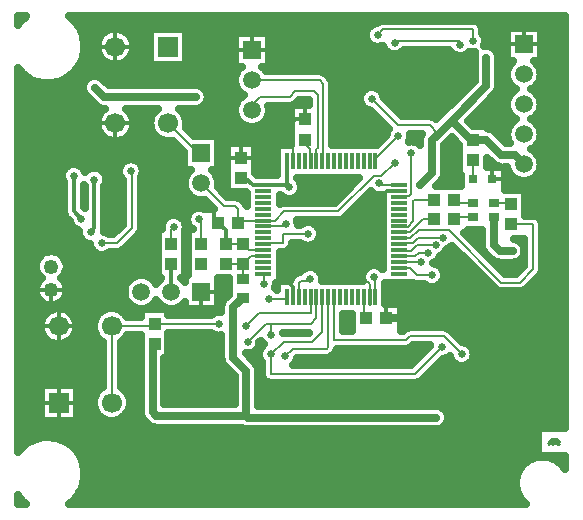
<source format=gbr>
%TF.GenerationSoftware,Novarm,DipTrace,3.3.0.1*%
%TF.CreationDate,2018-11-14T10:13:01-08:00*%
%FSLAX26Y26*%
%MOIN*%
%TF.FileFunction,Copper,L1,Top*%
%TF.Part,Single*%
%ADD12C,0.003*%
%TA.AperFunction,Conductor*%
%ADD14C,0.006*%
%ADD15C,0.026*%
%ADD16C,0.013*%
%ADD17C,0.011811*%
%TA.AperFunction,CopperBalancing*%
%ADD18C,0.025*%
%ADD19R,0.03937X0.043307*%
%ADD20R,0.043307X0.03937*%
%ADD21R,0.031496X0.031496*%
%TA.AperFunction,ComponentPad*%
%ADD24R,0.059055X0.059055*%
%ADD25C,0.059055*%
%ADD26R,0.03937X0.037402*%
%TA.AperFunction,ComponentPad*%
%ADD28R,0.066929X0.066929*%
%ADD29C,0.066929*%
%ADD34R,0.057087X0.011811*%
%ADD35R,0.011811X0.057087*%
%ADD36R,0.035433X0.031496*%
%TA.AperFunction,ComponentPad*%
%ADD43C,0.049213*%
%TA.AperFunction,ViaPad*%
%ADD103C,0.026*%
%TA.AperFunction,CopperBalancing*%
%ADD104C,0.013*%
G75*
G01*
%LPD*%
X1124949Y1237449D2*
D14*
X1181200D1*
X1207480Y1263729D1*
X1249949D1*
X1181200Y1187941D2*
Y1237449D1*
X1885630Y1387451D2*
X1891880Y1393700D1*
X1947834D1*
X1407430Y1578690D2*
X1406200Y1579919D1*
Y1618700D1*
X1387451Y1637449D1*
Y1651770D1*
X1702705Y1263729D2*
X1701426Y1262449D1*
X1756200D1*
X1768700Y1274949D1*
X1799949D1*
X1323700Y929949D2*
X1347700Y953949D1*
X1461700D1*
X1466485Y958734D1*
Y1125934D1*
X1911700Y935949D2*
X1851700Y995949D1*
X1737700D1*
X1725700Y983949D1*
X1485700D1*
X1486170Y984419D1*
Y1125934D1*
X1885630Y1449949D2*
X1894636Y1440944D1*
X1947834D1*
X1124949Y1304378D2*
X1181200D1*
X1202165Y1283414D1*
X1249949D1*
X1930787Y1857818D2*
D15*
X1822918Y1749949D1*
X1718700D1*
X1348375Y1578690D2*
D14*
X1349949Y1580264D1*
Y1643700D1*
X1343700Y1649949D1*
Y1699949D1*
X1362449Y1718699D1*
X1387451D1*
X1660629Y1056200D2*
D15*
X1660741Y1056088D1*
X2055773D1*
X2099519Y1012343D1*
Y956099D1*
X1099951Y1374949D2*
D16*
X1124949Y1349951D1*
Y1304378D1*
X1348375Y1125934D2*
D17*
Y1160977D1*
D16*
X1337099Y1172252D1*
Y1187325D1*
X1605821Y1432863D2*
X1622755Y1449797D1*
X1643317D1*
X1649566Y1456046D1*
Y1468545D1*
X1661285Y1480264D1*
X1667662D1*
D17*
X1702705D1*
X1604280Y1125934D2*
D14*
X1605821Y1124393D1*
Y1099834D1*
X1551390Y1193574D2*
X1557640Y1187325D1*
X1587073D1*
X1604280Y1170117D1*
Y1125934D1*
X1649455Y1056200D2*
X1660629D1*
X843401Y1274815D2*
D16*
X843700D1*
Y1400102D1*
X868398Y1424800D1*
X893396D1*
X1080876D1*
X1087125Y1418550D1*
Y1387775D1*
X1099951Y1374949D1*
X893396Y1437298D2*
Y1424800D1*
X585700Y1380878D2*
X593427Y1373151D1*
Y1318561D1*
X680918Y1231070D1*
X693417D1*
X718414Y1256067D1*
X793406D1*
X812154Y1274815D1*
X843401D1*
X1702705Y1342469D2*
D14*
X1704186Y1343949D1*
X1737700D1*
X1781201Y1387451D1*
X1818701D1*
X1702705Y1362154D2*
X1702910Y1361949D1*
X1731700D1*
X1749700Y1379949D1*
Y1445949D1*
X1753700Y1449949D1*
X1818701D1*
X2074949Y1368700D2*
X2149949D1*
Y1218699D1*
X2106200Y1174949D1*
X2043700D1*
X1868700Y1349949D1*
X1767700D1*
X1740535Y1322784D1*
X1702705D1*
X1197700Y977949D2*
X1257700Y1037949D1*
X1277145D1*
X1407700D1*
X1427115Y1057364D1*
Y1125934D1*
X1275700Y1001949D2*
X1268356Y1009293D1*
X1275700Y1001949D2*
X1277145Y1003394D1*
Y1037949D1*
X1249949Y1303099D2*
X1253049Y1306199D1*
X1316039D1*
Y1337449D1*
X1399949D1*
X1275700Y935949D2*
X1317700Y977949D1*
X1413700D1*
X1446800Y1011049D1*
Y1125934D1*
X1845700Y959949D2*
X1755700Y869949D1*
X1275700D1*
Y935949D1*
X1702705Y1244044D2*
X1703049Y1243700D1*
X1774951D1*
X1166880Y1374949D2*
X1173770Y1381839D1*
X1249949D1*
X1687451Y1574949D2*
X1643700Y1531199D1*
X1618700D1*
X1499951Y1412449D1*
X1318700D1*
X1288090Y1381839D1*
X1249949D1*
X1043380Y1506031D2*
X1118361Y1431049D1*
X1155868D1*
X1166880Y1420037D1*
Y1374949D1*
X2074949Y1435629D2*
X2069634Y1440944D1*
X2018700D1*
X943700Y1237449D2*
D16*
Y1143700D1*
X1043700Y1237449D2*
D3*
X933700Y1706044D2*
D14*
X1033713Y1606031D1*
X1043380D1*
X1328690Y1125934D2*
X1324705Y1121949D1*
X1269700D1*
X951700Y1361949D2*
X943700Y1353949D1*
Y1304378D1*
X1191700Y1031949D2*
X1234700Y1074949D1*
X1406700D1*
X1407430Y1074220D1*
Y1125934D1*
X1702705Y1224359D2*
X1703296Y1224949D1*
X1737449D1*
X1762449Y1199949D1*
X1812449D1*
X1631200Y1999949D2*
X1649951Y2018700D1*
X1949949D1*
Y1981200D1*
X1446800Y1578690D2*
X1449949Y1575540D1*
Y1837449D1*
X1437654Y1849745D1*
X1212112D1*
X1687451Y1974949D2*
X1693700Y1981199D1*
X1906200D1*
Y1968493D1*
X1427115Y1578690D2*
X1424949Y1580855D1*
Y1618699D1*
X1431200Y1624949D1*
Y1799949D1*
X1418700Y1812449D1*
X1356200D1*
X1337451Y1793700D1*
X1237451D1*
X1212112Y1768361D1*
Y1749745D1*
X1702705Y1283414D2*
X1700490Y1281199D1*
X1743700D1*
X1762451Y1299949D1*
X1824949D1*
X1702705Y1303099D2*
X1705805Y1306199D1*
X1747949D1*
X1766700Y1324949D1*
X1849949D1*
X1949949Y1583020D2*
Y1518700D1*
X1699951Y1662449D2*
X1623965Y1586464D1*
Y1578690D1*
X1702705Y1460579D2*
X1704575Y1462449D1*
X1737210D1*
X1743700Y1468939D1*
Y1606200D1*
X1249949Y1204674D2*
X1251700Y1202923D1*
Y1169949D1*
X1035700Y1385949D2*
X1043700Y1377949D1*
Y1304378D1*
X887449Y1037449D2*
X879855Y1029855D1*
X744865D1*
Y773949D1*
X887449Y1037449D2*
X887949Y1037949D1*
X1101700D1*
X1324951Y1368700D2*
X1318405Y1362154D1*
X1249949D1*
X674669Y1343651D2*
D16*
X687167Y1356150D1*
Y1518540D1*
X1593700Y1056200D2*
D14*
X1584595Y1065305D1*
Y1125934D1*
X687451Y1824949D2*
D15*
X718700Y1793700D1*
X1024951D1*
X887449Y970520D2*
X881200Y964271D1*
Y743699D1*
X893700Y731199D1*
X1193699D1*
X1199948Y724949D1*
X1826279D1*
X1637067Y1506041D2*
D14*
Y1499949D1*
X1702705D1*
X1181200Y1124949D2*
D15*
X1149949Y1093699D1*
Y924949D1*
X1193699Y881200D1*
Y731199D1*
X1623965Y1125934D2*
D14*
Y1188434D1*
X1618700Y1193699D1*
X1406201Y1187449D2*
X1399951Y1181199D1*
X1374949D1*
X1368060Y1174309D1*
Y1125934D1*
X1772670Y1499949D2*
D15*
X1812451Y1539730D1*
Y1649949D1*
X1837473Y1674972D1*
X1877519Y1715018D1*
X1993700Y1831199D1*
Y1924949D1*
X1877519Y1715018D2*
X1942587Y1649949D1*
X1949949D1*
X2018700Y1393700D2*
Y1299948D1*
X2037449Y1281199D1*
X2081200D1*
X2118700Y1568699D2*
X2087449Y1599949D1*
X2043700D1*
X1993700Y1649949D1*
X1949949D1*
X1337099Y1493543D2*
D16*
X1328690Y1501952D1*
Y1543646D1*
D17*
Y1578690D1*
Y1501952D2*
D16*
X1284993Y1499949D1*
D17*
X1249949D1*
X1214906D1*
D16*
X1190066Y1524789D1*
X1174616D1*
X1612070Y1787262D2*
D14*
X1699561Y1699771D1*
X1805800D1*
X1830599Y1674972D1*
X1837473D1*
X1174616Y1524789D2*
D15*
D3*
X643422Y1387304D2*
D16*
X618424Y1412301D1*
Y1531039D1*
X808602Y1546539D2*
D14*
X812154Y1542986D1*
Y1356057D1*
X762159Y1306062D1*
X712165D1*
D103*
X1799949Y1274949D3*
X1323700Y929949D3*
X1911700Y935949D3*
X1930787Y1857818D3*
X1718700Y1749949D3*
X2099519Y956099D3*
X1337099Y1187325D3*
X1605821Y1432863D3*
X1551390Y1193574D3*
X585700Y1380878D3*
X1197700Y977949D3*
X1275700Y1001949D3*
D3*
X1399949Y1337449D3*
X1275700Y935949D3*
X1845700Y959949D3*
X1275700Y935949D3*
X1774951Y1243700D3*
X1687451Y1574949D3*
X1043700Y1237449D3*
X1269700Y1121949D3*
X951700Y1361949D3*
X1191700Y1031949D3*
X1812449Y1199949D3*
X1631200Y1999949D3*
X1949949Y1981200D3*
X1687451Y1974949D3*
X1906200Y1968493D3*
X1824949Y1299949D3*
X1849949Y1324949D3*
X1699951Y1662449D3*
X1743700Y1606200D3*
X1251700Y1169949D3*
X1035700Y1385949D3*
X1101700Y1037949D3*
X1324951Y1368700D3*
X674669Y1343651D3*
X687167Y1518540D3*
X687451Y1824949D3*
X1024951Y1793700D3*
X1193699Y731199D3*
X1826279Y724949D3*
X1637067Y1506041D3*
X1618700Y1193699D3*
X1406201Y1187449D3*
X1993700Y1924949D3*
X1772670Y1499949D3*
X2081200Y1281199D3*
X1618700Y1193699D3*
X1337099Y1493543D3*
X1612070Y1787262D3*
X1174616Y1524789D3*
D3*
X1337099Y1493543D3*
X643422Y1387304D3*
X618424Y1531039D3*
X808602Y1546539D3*
X712165Y1306062D3*
X2187010Y768619D3*
X1818298Y537393D3*
X1918288Y618634D3*
X1987031Y499897D3*
X1712060Y606136D3*
X1124621Y637382D3*
X1274606D3*
X1362096D3*
X862149Y531144D3*
X762159Y487398D3*
Y587388D3*
X493438Y1774763D3*
X580928Y1768514D3*
X843401Y2005989D3*
X1474585Y2055983D3*
X2237449Y1918700D3*
Y1818700D3*
Y1718700D3*
X2237451Y1612449D3*
X1474585Y1474794D3*
X1343348Y1443548D3*
X893396Y1437298D3*
X843401Y1274815D3*
X1668314Y1912249D3*
X630184Y2037581D2*
D18*
X1616700D1*
X1975123D2*
X2253716D1*
X645183Y2012712D2*
X722107D1*
X790945D2*
X871242D1*
X996167D2*
X1591330D1*
X1981941D2*
X2060157D1*
X2177222D2*
X2253716D1*
X653365Y1987843D2*
X699966D1*
X813121D2*
X871242D1*
X996167D2*
X1153578D1*
X1270645D2*
X1591115D1*
X1991378D2*
X2060157D1*
X2177222D2*
X2253716D1*
X656057Y1962974D2*
X694082D1*
X819007D2*
X871242D1*
X996167D2*
X1153578D1*
X1270645D2*
X1614798D1*
X2006881D2*
X2060157D1*
X2177222D2*
X2253716D1*
X653653Y1938106D2*
X698998D1*
X814054D2*
X871242D1*
X996167D2*
X1153578D1*
X1270645D2*
X1670705D1*
X1704197D2*
X1878476D1*
X1933928D2*
X1953939D1*
X2033435D2*
X2060157D1*
X2177222D2*
X2253716D1*
X645830Y1913237D2*
X719057D1*
X793995D2*
X871242D1*
X996167D2*
X1153578D1*
X1270645D2*
X1951714D1*
X2035696D2*
X2060157D1*
X2177222D2*
X2253716D1*
X631333Y1888368D2*
X1169008D1*
X1255214D2*
X1951714D1*
X2035696D2*
X2063745D1*
X2173670D2*
X2253716D1*
X433718Y1863499D2*
X455703D1*
X606141D2*
X676355D1*
X698579D2*
X1155301D1*
X1468116D2*
X1951714D1*
X2035696D2*
X2060407D1*
X2176972D2*
X2253716D1*
X433718Y1838630D2*
X647898D1*
X732130D2*
X1154691D1*
X1481931D2*
X1942780D1*
X2035696D2*
X2068913D1*
X2168468D2*
X2253716D1*
X433718Y1813762D2*
X647073D1*
X1061476D2*
X1166676D1*
X1481966D2*
X1580277D1*
X1643876D2*
X1917911D1*
X2031641D2*
X2082907D1*
X2154508D2*
X2253716D1*
X433718Y1788893D2*
X665159D1*
X1066644D2*
X1169546D1*
X1481966D2*
X1570086D1*
X1654641D2*
X1893044D1*
X2009751D2*
X2063924D1*
X2173455D2*
X2253716D1*
X433718Y1764024D2*
X690134D1*
X1053510D2*
X1155444D1*
X1268779D2*
X1338777D1*
X1481966D2*
X1577623D1*
X1679510D2*
X1868176D1*
X1984884D2*
X2060372D1*
X2177044D2*
X2253716D1*
X433718Y1739155D2*
X704057D1*
X809031D2*
X881217D1*
X986191D2*
X1154583D1*
X1269640D2*
X1338777D1*
X1481966D2*
X1615947D1*
X1704413D2*
X1843309D1*
X1960016D2*
X2068590D1*
X2168791D2*
X2253716D1*
X433718Y1714287D2*
X694655D1*
X818432D2*
X871815D1*
X995592D2*
X1166246D1*
X1257978D2*
X1338777D1*
X1481966D2*
X1640814D1*
X1936620D2*
X2083625D1*
X2153755D2*
X2253716D1*
X433718Y1689418D2*
X696414D1*
X816638D2*
X873574D1*
X994552D2*
X1338777D1*
X1481966D2*
X1665682D1*
X1998628D2*
X2064140D1*
X2173239D2*
X2253716D1*
X433718Y1664549D2*
X710731D1*
X802321D2*
X887928D1*
X1019419D2*
X1338777D1*
X1481966D2*
X1657823D1*
X1741911D2*
X1773263D1*
X2037455D2*
X2060336D1*
X2177079D2*
X2253716D1*
X433718Y1639680D2*
X955856D1*
X1101918D2*
X1125948D1*
X1223314D2*
X1338777D1*
X1481966D2*
X1632956D1*
X1860545D2*
X1894480D1*
X2169113D2*
X2253716D1*
X433718Y1614812D2*
X980725D1*
X1101918D2*
X1125948D1*
X1223314D2*
X1293777D1*
X1854444D2*
X1901262D1*
X2153037D2*
X2253716D1*
X433718Y1589943D2*
X984851D1*
X1101918D2*
X1125948D1*
X1223314D2*
X1293777D1*
X1854444D2*
X1901262D1*
X2173061D2*
X2253716D1*
X433718Y1565074D2*
X595867D1*
X640985D2*
X771233D1*
X845991D2*
X984851D1*
X1101918D2*
X1125948D1*
X1223314D2*
X1293777D1*
X1854444D2*
X1901262D1*
X1998628D2*
X2022658D1*
X2177115D2*
X2253716D1*
X433718Y1540205D2*
X577494D1*
X722693D2*
X767106D1*
X850082D2*
X996477D1*
X1090291D2*
X1125948D1*
X1223815D2*
X1293204D1*
X1854444D2*
X1901262D1*
X2057692D2*
X2067944D1*
X2169436D2*
X2253716D1*
X433718Y1515336D2*
X579683D1*
X729045D2*
X780167D1*
X844161D2*
X985641D1*
X1101128D2*
X1125948D1*
X1372556D2*
X1558603D1*
X1846012D2*
X1905209D1*
X2057692D2*
X2099127D1*
X2138288D2*
X2253716D1*
X433718Y1490468D2*
X582913D1*
X722658D2*
X780167D1*
X844161D2*
X987040D1*
X1103174D2*
X1125948D1*
X1378980D2*
X1533735D1*
X2057692D2*
X2253716D1*
X433718Y1465599D2*
X582913D1*
X722658D2*
X780167D1*
X844161D2*
X1002111D1*
X1128041D2*
X1192405D1*
X1367532D2*
X1508868D1*
X1597334D2*
X1645155D1*
X2123648D2*
X2253716D1*
X433718Y1440730D2*
X582913D1*
X722658D2*
X780167D1*
X844161D2*
X1064478D1*
X1572466D2*
X1645155D1*
X2123648D2*
X2253716D1*
X433718Y1415861D2*
X582913D1*
X722658D2*
X780167D1*
X844161D2*
X1007386D1*
X1547599D2*
X1645155D1*
X2123648D2*
X2253716D1*
X433718Y1390993D2*
X590735D1*
X722658D2*
X780167D1*
X844161D2*
X922413D1*
X980987D2*
X994037D1*
X1522695D2*
X1645155D1*
X2171768D2*
X2253716D1*
X433718Y1366124D2*
X607565D1*
X722658D2*
X778015D1*
X844161D2*
X909924D1*
X1429612D2*
X1645155D1*
X2181960D2*
X2253716D1*
X433718Y1341255D2*
X632755D1*
X732598D2*
X753148D1*
X840178D2*
X895033D1*
X1441776D2*
X1645155D1*
X1921620D2*
X1976690D1*
X2181960D2*
X2253716D1*
X433718Y1316386D2*
X643592D1*
X816710D2*
X895033D1*
X1435856D2*
X1645155D1*
X1946487D2*
X1976690D1*
X2101651D2*
X2117966D1*
X2181960D2*
X2253716D1*
X433718Y1291518D2*
X672945D1*
X791842D2*
X895033D1*
X1344136D2*
X1645155D1*
X1873499D2*
X1882924D1*
X2181960D2*
X2253716D1*
X433718Y1266649D2*
X506838D1*
X580018D2*
X895033D1*
X1307498D2*
X1645155D1*
X1848703D2*
X1907792D1*
X2181960D2*
X2253716D1*
X433718Y1241780D2*
X491552D1*
X595305D2*
X895033D1*
X1307498D2*
X1645155D1*
X1823907D2*
X1932661D1*
X2021091D2*
X2032418D1*
X2086221D2*
X2117966D1*
X2181960D2*
X2253716D1*
X433718Y1216911D2*
X491157D1*
X595699D2*
X895033D1*
X1307498D2*
X1377388D1*
X1434994D2*
X1584225D1*
X1850606D2*
X1957528D1*
X2045959D2*
X2103935D1*
X2181888D2*
X2253716D1*
X433718Y1192043D2*
X505187D1*
X581669D2*
X812894D1*
X874519D2*
X895033D1*
X1307498D2*
X1341970D1*
X1447948D2*
X1576725D1*
X1853655D2*
X1982396D1*
X2167498D2*
X2253716D1*
X433718Y1167174D2*
X492843D1*
X594012D2*
X790323D1*
X1102241D2*
X1132515D1*
X1658876D2*
X1787903D1*
X1837004D2*
X2007263D1*
X2142630D2*
X2253716D1*
X433718Y1142305D2*
X490367D1*
X596489D2*
X785191D1*
X1102241D2*
X1132515D1*
X1658876D2*
X2253716D1*
X433718Y1117436D2*
X501419D1*
X585472D2*
X791722D1*
X1102241D2*
X1115864D1*
X1658876D2*
X2253716D1*
X433718Y1092567D2*
X818313D1*
X869100D2*
X918285D1*
X969109D2*
X985174D1*
X1711267D2*
X2253716D1*
X433718Y1067699D2*
X518679D1*
X616728D2*
X695840D1*
X793888D2*
X838767D1*
X936133D2*
X1073197D1*
X1518174D2*
X1543029D1*
X1711267D2*
X2253716D1*
X433718Y1042830D2*
X506658D1*
X628749D2*
X683818D1*
X1518174D2*
X1543029D1*
X1711267D2*
X2253716D1*
X433718Y1017961D2*
X506443D1*
X628964D2*
X683603D1*
X1518174D2*
X1543029D1*
X1873857D2*
X2253716D1*
X433718Y993092D2*
X517818D1*
X617588D2*
X694978D1*
X794749D2*
X838767D1*
X936133D2*
X1107934D1*
X1898762D2*
X2253716D1*
X433718Y968224D2*
X712848D1*
X776878D2*
X838767D1*
X936133D2*
X1107934D1*
X1238493D2*
X1250430D1*
X1936978D2*
X2253716D1*
X433718Y943355D2*
X712848D1*
X776878D2*
X838767D1*
X936133D2*
X1107934D1*
X1219259D2*
X1234390D1*
X1494167D2*
X1784889D1*
X1952982D2*
X2253716D1*
X433718Y918486D2*
X712848D1*
X776878D2*
X839197D1*
X923214D2*
X1108472D1*
X1214773D2*
X1237763D1*
X1364015D2*
X1760022D1*
X1848452D2*
X1873773D1*
X1949645D2*
X2253716D1*
X433718Y893617D2*
X712848D1*
X776878D2*
X839197D1*
X923214D2*
X1122934D1*
X1233684D2*
X1243707D1*
X1823585D2*
X2253716D1*
X433718Y868749D2*
X712848D1*
X776878D2*
X839197D1*
X923214D2*
X1147801D1*
X1235693D2*
X1243697D1*
X1798717D2*
X2253716D1*
X433718Y843880D2*
X712848D1*
X776878D2*
X839197D1*
X923214D2*
X1151713D1*
X1235693D2*
X1259401D1*
X1772019D2*
X2253716D1*
X433718Y819011D2*
X505224D1*
X630148D2*
X702801D1*
X786926D2*
X839197D1*
X923214D2*
X1151713D1*
X1235693D2*
X2253716D1*
X433718Y794142D2*
X505224D1*
X630148D2*
X685899D1*
X803827D2*
X839197D1*
X923214D2*
X1151713D1*
X1235693D2*
X2253716D1*
X433718Y769273D2*
X505224D1*
X630148D2*
X682599D1*
X807165D2*
X839197D1*
X1235693D2*
X2253716D1*
X433718Y744405D2*
X505224D1*
X630148D2*
X690170D1*
X799557D2*
X839197D1*
X1863165D2*
X2253716D1*
X433718Y719536D2*
X505224D1*
X630148D2*
X717155D1*
X772573D2*
X847451D1*
X1867901D2*
X2253716D1*
X433718Y694667D2*
X876193D1*
X1854158D2*
X2253716D1*
X433718Y669798D2*
X2164687D1*
X433718Y644930D2*
X469482D1*
X592361D2*
X2164687D1*
X624012Y620061D2*
X2164687D1*
X641595Y595192D2*
X2253716D1*
X651571Y570323D2*
X2116603D1*
X2244936D2*
X2253724D1*
X655805Y545455D2*
X2098409D1*
X654909Y520586D2*
X2090443D1*
X648772Y495717D2*
X2089869D1*
X636428Y470848D2*
X2096543D1*
X433718Y445980D2*
X446679D1*
X615184D2*
X2112691D1*
X1191556Y1476636D2*
X1128431D1*
Y1639872D1*
X1220801D1*
X1220794Y1543565D1*
X1233279Y1532355D1*
X1278766D1*
X1283482Y1532915D1*
X1295705Y1533476D1*
X1295791Y1546235D1*
X1296284Y1552833D1*
Y1633733D1*
X1341288D1*
X1341266Y1764455D1*
X1337451Y1764200D1*
X1266221D1*
X1267449Y1758510D1*
X1268140Y1749745D1*
X1267449Y1740980D1*
X1265397Y1732431D1*
X1262033Y1724309D1*
X1257439Y1716813D1*
X1251730Y1710127D1*
X1245044Y1704418D1*
X1237548Y1699823D1*
X1229426Y1696460D1*
X1220877Y1694407D1*
X1212112Y1693717D1*
X1203347Y1694407D1*
X1194798Y1696460D1*
X1186676Y1699823D1*
X1179180Y1704418D1*
X1172494Y1710127D1*
X1166785Y1716813D1*
X1162191Y1724309D1*
X1158827Y1732431D1*
X1156775Y1740980D1*
X1156085Y1749745D1*
X1156775Y1758510D1*
X1158827Y1767058D1*
X1162191Y1775180D1*
X1166785Y1782676D1*
X1172494Y1789363D1*
X1179180Y1795071D1*
X1186848Y1799745D1*
X1179180Y1804418D1*
X1172494Y1810127D1*
X1166785Y1816813D1*
X1162191Y1824309D1*
X1158827Y1832431D1*
X1156775Y1840980D1*
X1156085Y1849745D1*
X1156775Y1858510D1*
X1158827Y1867058D1*
X1162191Y1875180D1*
X1166785Y1882676D1*
X1172494Y1889363D1*
X1177466Y1893721D1*
X1156085Y1893717D1*
Y2005772D1*
X1268140D1*
Y1893717D1*
X1246831D1*
X1251730Y1889363D1*
X1257439Y1882676D1*
X1259741Y1879233D1*
X1439969Y1879154D1*
X1444541Y1878430D1*
X1448943Y1876999D1*
X1453067Y1874898D1*
X1456813Y1872176D1*
X1470809Y1858309D1*
X1473815Y1854789D1*
X1476234Y1850842D1*
X1478006Y1846565D1*
X1479086Y1842065D1*
X1479449Y1837440D1*
Y1633735D1*
X1629489Y1633733D1*
X1660527Y1664745D1*
X1661543Y1671670D1*
X1663457Y1677565D1*
X1666271Y1683088D1*
X1669742Y1687884D1*
X1609760Y1747852D1*
X1602850Y1748854D1*
X1596955Y1750768D1*
X1591431Y1753582D1*
X1586417Y1757226D1*
X1582035Y1761608D1*
X1578390Y1766623D1*
X1575577Y1772146D1*
X1573662Y1778041D1*
X1572692Y1784162D1*
Y1790361D1*
X1573662Y1796482D1*
X1575577Y1802377D1*
X1578390Y1807901D1*
X1582035Y1812915D1*
X1586417Y1817297D1*
X1591431Y1820941D1*
X1596955Y1823755D1*
X1602850Y1825670D1*
X1608970Y1826640D1*
X1615170D1*
X1621291Y1825670D1*
X1627186Y1823755D1*
X1632709Y1820941D1*
X1637724Y1817297D1*
X1642106Y1812915D1*
X1645750Y1807901D1*
X1648564Y1802377D1*
X1650478Y1796482D1*
X1651480Y1789574D1*
X1711767Y1729284D1*
X1808115Y1729180D1*
X1812687Y1728456D1*
X1817088Y1727025D1*
X1821213Y1724924D1*
X1824959Y1722203D1*
X1826989Y1720301D1*
X1954205Y1847565D1*
X1954322Y1928049D1*
X1955292Y1934170D1*
X1957212Y1940077D1*
X1956129Y1942187D1*
X1949949Y1941700D1*
X1943770Y1942187D1*
X1937095Y1943872D1*
X1931854Y1938457D1*
X1926839Y1934813D1*
X1921315Y1931999D1*
X1915420Y1930085D1*
X1909300Y1929115D1*
X1903100D1*
X1896980Y1930085D1*
X1891085Y1931999D1*
X1885561Y1934813D1*
X1880546Y1938457D1*
X1876165Y1942839D1*
X1872520Y1947854D1*
X1870482Y1951693D1*
X1719351Y1951699D1*
X1715381Y1947019D1*
X1710669Y1942993D1*
X1705384Y1939755D1*
X1699657Y1937382D1*
X1693630Y1935936D1*
X1687451Y1935449D1*
X1681271Y1935936D1*
X1675245Y1937382D1*
X1669518Y1939755D1*
X1664233Y1942993D1*
X1659520Y1947019D1*
X1655494Y1951731D1*
X1652256Y1957016D1*
X1649884Y1962743D1*
X1649133Y1964755D1*
X1643406Y1962382D1*
X1637380Y1960936D1*
X1631200Y1960449D1*
X1625020Y1960936D1*
X1618994Y1962382D1*
X1613267Y1964755D1*
X1607982Y1967993D1*
X1603270Y1972019D1*
X1599243Y1976731D1*
X1596006Y1982016D1*
X1593633Y1987743D1*
X1592187Y1993770D1*
X1591700Y1999949D1*
X1592187Y2006129D1*
X1593633Y2012155D1*
X1596006Y2017882D1*
X1599243Y2023167D1*
X1603270Y2027880D1*
X1607982Y2031906D1*
X1613267Y2035144D1*
X1618994Y2037516D1*
X1625020Y2038962D1*
X1629091Y2039560D1*
X1632611Y2042566D1*
X1636558Y2044985D1*
X1640835Y2046756D1*
X1645335Y2047836D1*
X1649951Y2048200D1*
X1952264Y2048109D1*
X1956836Y2047385D1*
X1961238Y2045955D1*
X1965363Y2043854D1*
X1969108Y2041132D1*
X1972381Y2037859D1*
X1975103Y2034113D1*
X1977204Y2029989D1*
X1978634Y2025587D1*
X1979359Y2021015D1*
X1979449Y2007468D1*
X1983629Y2001839D1*
X1986443Y1996315D1*
X1988357Y1990420D1*
X1989327Y1984300D1*
Y1978100D1*
X1988357Y1971980D1*
X1986443Y1966085D1*
X1985271Y1963543D1*
X1990600Y1964327D1*
X1996800D1*
X2002920Y1963357D1*
X2008815Y1961443D1*
X2014339Y1958629D1*
X2019354Y1954985D1*
X2023735Y1950603D1*
X2027380Y1945588D1*
X2030193Y1940065D1*
X2032108Y1934170D1*
X2033078Y1928049D1*
X2033200Y1888204D1*
X2033078Y1828099D1*
X2032108Y1821978D1*
X2030193Y1816083D1*
X2027380Y1810560D1*
X2023735Y1805545D1*
X1995648Y1777285D1*
X1933406Y1715043D1*
X1950285Y1698112D1*
X1996134Y1698103D1*
Y1689382D1*
X2002920Y1688357D1*
X2008815Y1686443D1*
X2014339Y1683629D1*
X2019354Y1679986D1*
X2047613Y1651897D1*
X2060073Y1639439D1*
X2070936Y1639449D1*
X2066938Y1647258D1*
X2064221Y1655620D1*
X2062846Y1664302D1*
Y1673095D1*
X2064221Y1681777D1*
X2066938Y1690140D1*
X2070928Y1697973D1*
X2076096Y1705086D1*
X2082313Y1711302D1*
X2089426Y1716470D1*
X2093264Y1718777D1*
X2085768Y1723372D1*
X2079082Y1729081D1*
X2073373Y1735767D1*
X2068779Y1743263D1*
X2065415Y1751385D1*
X2063363Y1759934D1*
X2062672Y1768699D1*
X2063363Y1777464D1*
X2065415Y1786012D1*
X2068779Y1794134D1*
X2073373Y1801630D1*
X2079082Y1808317D1*
X2085768Y1814025D1*
X2093436Y1818699D1*
X2085768Y1823372D1*
X2079082Y1829081D1*
X2073373Y1835767D1*
X2068779Y1843263D1*
X2065415Y1851385D1*
X2063363Y1859934D1*
X2062672Y1868699D1*
X2063363Y1877464D1*
X2065415Y1886012D1*
X2068779Y1894134D1*
X2073373Y1901630D1*
X2079082Y1908317D1*
X2084054Y1912675D1*
X2062672Y1912671D1*
Y2024726D1*
X2174728D1*
Y1912671D1*
X2153420D1*
X2158318Y1908317D1*
X2164027Y1901630D1*
X2168621Y1894134D1*
X2171985Y1886012D1*
X2174037Y1877464D1*
X2174728Y1868699D1*
X2174037Y1859934D1*
X2171985Y1851385D1*
X2168621Y1843263D1*
X2164027Y1835767D1*
X2158318Y1829081D1*
X2151632Y1823372D1*
X2143964Y1818699D1*
X2151632Y1814025D1*
X2158318Y1808317D1*
X2164027Y1801630D1*
X2168621Y1794134D1*
X2171985Y1786012D1*
X2174037Y1777464D1*
X2174728Y1768699D1*
X2174037Y1759934D1*
X2171985Y1751385D1*
X2168621Y1743263D1*
X2164027Y1735767D1*
X2158318Y1729081D1*
X2151632Y1723372D1*
X2143964Y1718699D1*
X2151632Y1714025D1*
X2158318Y1708317D1*
X2164027Y1701630D1*
X2168621Y1694134D1*
X2171985Y1686012D1*
X2174037Y1677464D1*
X2174728Y1668699D1*
X2174037Y1659934D1*
X2171985Y1651385D1*
X2168621Y1643263D1*
X2164027Y1635767D1*
X2158318Y1629081D1*
X2151632Y1623372D1*
X2143964Y1618699D1*
X2151632Y1614025D1*
X2158318Y1608317D1*
X2164027Y1601630D1*
X2168621Y1594134D1*
X2171985Y1586012D1*
X2174037Y1577464D1*
X2174728Y1568699D1*
X2174037Y1559934D1*
X2171985Y1551385D1*
X2168621Y1543263D1*
X2164027Y1535767D1*
X2158318Y1529081D1*
X2151632Y1523372D1*
X2144136Y1518777D1*
X2136014Y1515414D1*
X2127465Y1513361D1*
X2118700Y1512671D1*
X2109935Y1513361D1*
X2101386Y1515414D1*
X2093264Y1518777D1*
X2085768Y1523372D1*
X2079082Y1529081D1*
X2073373Y1535767D1*
X2068779Y1543263D1*
X2065415Y1551385D1*
X2063363Y1559934D1*
X2063300Y1560462D1*
X2055190Y1560449D1*
Y1483789D1*
X2121134Y1483783D1*
Y1398199D1*
X2152264Y1398109D1*
X2156836Y1397385D1*
X2161238Y1395955D1*
X2165363Y1393854D1*
X2169108Y1391132D1*
X2172381Y1387859D1*
X2175103Y1384113D1*
X2177204Y1379989D1*
X2178634Y1375587D1*
X2179359Y1371015D1*
X2179449Y1286023D1*
X2179359Y1216384D1*
X2178634Y1211812D1*
X2177204Y1207410D1*
X2175103Y1203285D1*
X2172381Y1199540D1*
X2127060Y1154090D1*
X2123540Y1151083D1*
X2119592Y1148665D1*
X2115315Y1146893D1*
X2110815Y1145813D1*
X2106200Y1145449D1*
X2041385Y1145540D1*
X2036813Y1146264D1*
X2032411Y1147695D1*
X2028287Y1149796D1*
X2024541Y1152518D1*
X1964378Y1212552D1*
X1878894Y1298036D1*
X1873167Y1292993D1*
X1867882Y1289755D1*
X1862440Y1287487D1*
X1860144Y1282016D1*
X1856906Y1276731D1*
X1852880Y1272019D1*
X1848167Y1267993D1*
X1842882Y1264755D1*
X1837440Y1262487D1*
X1835144Y1257016D1*
X1831906Y1251731D1*
X1827880Y1247019D1*
X1823167Y1242993D1*
X1817882Y1239755D1*
X1816726Y1239222D1*
X1821670Y1238357D1*
X1827565Y1236443D1*
X1833088Y1233629D1*
X1838103Y1229985D1*
X1842485Y1225603D1*
X1846129Y1220588D1*
X1848943Y1215065D1*
X1850857Y1209170D1*
X1851827Y1203049D1*
Y1196850D1*
X1850857Y1190729D1*
X1848943Y1184834D1*
X1846129Y1179310D1*
X1842485Y1174296D1*
X1838103Y1169914D1*
X1833088Y1166270D1*
X1827565Y1163456D1*
X1821670Y1161541D1*
X1815549Y1160571D1*
X1809350D1*
X1803229Y1161541D1*
X1797334Y1163456D1*
X1791810Y1166270D1*
X1786218Y1170448D1*
X1760134Y1170540D1*
X1755562Y1171264D1*
X1753325Y1171897D1*
X1748562Y1172268D1*
X1656381D1*
X1656570Y1102385D1*
X1708783D1*
Y1013443D1*
X1714440Y1014409D1*
X1720360Y1019815D1*
X1724308Y1022234D1*
X1728585Y1024006D1*
X1733085Y1025086D1*
X1737700Y1025449D1*
X1854015Y1025359D1*
X1858587Y1024634D1*
X1862989Y1023204D1*
X1867113Y1021103D1*
X1870859Y1018381D1*
X1913995Y975373D1*
X1920920Y974357D1*
X1926815Y972443D1*
X1932339Y969629D1*
X1937354Y965985D1*
X1941735Y961603D1*
X1945380Y956588D1*
X1948193Y951065D1*
X1950108Y945170D1*
X1951078Y939049D1*
Y932850D1*
X1950108Y926729D1*
X1948193Y920834D1*
X1945380Y915310D1*
X1941735Y910296D1*
X1937354Y905914D1*
X1932339Y902270D1*
X1926815Y899456D1*
X1920920Y897541D1*
X1914800Y896571D1*
X1908600D1*
X1902480Y897541D1*
X1896585Y899456D1*
X1891061Y902270D1*
X1886046Y905914D1*
X1881665Y910296D1*
X1878020Y915310D1*
X1875207Y920834D1*
X1873292Y926729D1*
X1872545Y930961D1*
X1868918Y927993D1*
X1863633Y924755D1*
X1857906Y922382D1*
X1851880Y920936D1*
X1848012Y920540D1*
X1774859Y847518D1*
X1771113Y844796D1*
X1766989Y842695D1*
X1762587Y841264D1*
X1758015Y840540D1*
X1673023Y840449D1*
X1273385Y840540D1*
X1268813Y841264D1*
X1264411Y842695D1*
X1260287Y844796D1*
X1256541Y847518D1*
X1253268Y850791D1*
X1250546Y854536D1*
X1248445Y858661D1*
X1247015Y863062D1*
X1246291Y867634D1*
X1246200Y909674D1*
X1242020Y915310D1*
X1239207Y920834D1*
X1237292Y926729D1*
X1236322Y932850D1*
Y939049D1*
X1237292Y945170D1*
X1239207Y951065D1*
X1242020Y956588D1*
X1245665Y961603D1*
X1250046Y965985D1*
X1254024Y968935D1*
X1250046Y971914D1*
X1245665Y976296D1*
X1242323Y980857D1*
X1237124Y975654D1*
X1236108Y968729D1*
X1234193Y962834D1*
X1231380Y957310D1*
X1227735Y952296D1*
X1223354Y947914D1*
X1218339Y944270D1*
X1212815Y941456D1*
X1206920Y939541D1*
X1200800Y938571D1*
X1194600D1*
X1191869Y938894D1*
X1223735Y906854D1*
X1227378Y901839D1*
X1230192Y896315D1*
X1232107Y890420D1*
X1233077Y884300D1*
X1233199Y844455D1*
Y764469D1*
X1829378Y764327D1*
X1835499Y763357D1*
X1841394Y761443D1*
X1846918Y758629D1*
X1851932Y754985D1*
X1856314Y750603D1*
X1859959Y745588D1*
X1862772Y740065D1*
X1864687Y734170D1*
X1865657Y728049D1*
Y721850D1*
X1864687Y715729D1*
X1862772Y709834D1*
X1859959Y704310D1*
X1856314Y699296D1*
X1851932Y694914D1*
X1846918Y691270D1*
X1841394Y688456D1*
X1835499Y686541D1*
X1829378Y685571D1*
X1789533Y685449D1*
X1196848Y685571D1*
X1190728Y686541D1*
X1184833Y688456D1*
X1179300Y691276D1*
X1175326Y691699D1*
X890600Y691821D1*
X884480Y692791D1*
X878585Y694705D1*
X873061Y697519D1*
X868046Y701163D1*
X853270Y715768D1*
X849243Y720481D1*
X846006Y725766D1*
X843633Y731493D1*
X842187Y737519D1*
X841700Y743710D1*
Y922367D1*
X841264D1*
Y1000384D1*
X797070Y1000355D1*
X793377Y994608D1*
X787267Y987453D1*
X780112Y981343D1*
X774351Y977693D1*
X774365Y826141D1*
X780112Y822461D1*
X787267Y816351D1*
X793377Y809196D1*
X798294Y801172D1*
X801896Y792480D1*
X804091Y783330D1*
X804830Y773949D1*
X804091Y764569D1*
X801896Y755419D1*
X798294Y746726D1*
X793377Y738703D1*
X787267Y731548D1*
X780112Y725438D1*
X772088Y720520D1*
X763396Y716919D1*
X754246Y714724D1*
X744865Y713985D1*
X735485Y714724D1*
X726335Y716919D1*
X717642Y720520D1*
X709619Y725438D1*
X702464Y731548D1*
X696354Y738703D1*
X691436Y746726D1*
X687835Y755419D1*
X685640Y764569D1*
X684901Y773949D1*
X685640Y783330D1*
X687835Y792480D1*
X691436Y801172D1*
X696354Y809196D1*
X702464Y816351D1*
X709619Y822461D1*
X715380Y826111D1*
X715365Y977663D1*
X709619Y981343D1*
X702464Y987453D1*
X696354Y994608D1*
X691436Y1002632D1*
X687835Y1011325D1*
X685640Y1020474D1*
X684901Y1029855D1*
X685640Y1039235D1*
X687835Y1048385D1*
X691436Y1057078D1*
X696354Y1065102D1*
X702464Y1072256D1*
X709619Y1078367D1*
X717642Y1083284D1*
X726335Y1086885D1*
X735485Y1089081D1*
X744865Y1089819D1*
X754246Y1089081D1*
X763396Y1086885D1*
X772088Y1083284D1*
X780112Y1078367D1*
X787267Y1072256D1*
X793377Y1065102D1*
X797027Y1059340D1*
X841287Y1059355D1*
X841264Y1085603D1*
X933634D1*
Y1067481D1*
X1075444Y1067449D1*
X1081061Y1071629D1*
X1086585Y1074443D1*
X1092480Y1076357D1*
X1098600Y1077327D1*
X1104800D1*
X1110457Y1076451D1*
X1110571Y1096798D1*
X1111541Y1102919D1*
X1113456Y1108814D1*
X1116270Y1114338D1*
X1119913Y1119352D1*
X1135036Y1134646D1*
X1135015Y1189331D1*
X1099760Y1189296D1*
X1099728Y1087672D1*
X987672D1*
Y1108981D1*
X983318Y1104082D1*
X976632Y1098373D1*
X969136Y1093779D1*
X961014Y1090415D1*
X952465Y1088363D1*
X943700Y1087672D1*
X934935Y1088363D1*
X926386Y1090415D1*
X918264Y1093779D1*
X910768Y1098373D1*
X904082Y1104082D1*
X898373Y1110768D1*
X893700Y1118436D1*
X889027Y1110768D1*
X883318Y1104082D1*
X876632Y1098373D1*
X869136Y1093779D1*
X861014Y1090415D1*
X852465Y1088363D1*
X843700Y1087672D1*
X834935Y1088363D1*
X826386Y1090415D1*
X818264Y1093779D1*
X810768Y1098373D1*
X804082Y1104082D1*
X798373Y1110768D1*
X793779Y1118264D1*
X790415Y1126386D1*
X788363Y1134935D1*
X787672Y1143700D1*
X788363Y1152465D1*
X790415Y1161014D1*
X793779Y1169136D1*
X798373Y1176632D1*
X804082Y1183318D1*
X810768Y1189027D1*
X818264Y1193621D1*
X826386Y1196985D1*
X834935Y1199037D1*
X843700Y1199728D1*
X852465Y1199037D1*
X861014Y1196985D1*
X869136Y1193621D1*
X876632Y1189027D1*
X883318Y1183318D1*
X889027Y1176632D1*
X893700Y1168964D1*
X898373Y1176632D1*
X904082Y1183318D1*
X910700Y1188974D1*
X907208Y1189296D1*
X897515D1*
Y1352532D1*
X913292Y1352729D1*
X912322Y1358850D1*
Y1365049D1*
X913292Y1371170D1*
X915207Y1377065D1*
X918020Y1382588D1*
X921665Y1387603D1*
X926046Y1391985D1*
X931061Y1395629D1*
X936585Y1398443D1*
X942480Y1400357D1*
X948600Y1401327D1*
X954800D1*
X960920Y1400357D1*
X966815Y1398443D1*
X972339Y1395629D1*
X977354Y1391985D1*
X981735Y1387603D1*
X985380Y1382588D1*
X988193Y1377065D1*
X990108Y1371170D1*
X991078Y1365049D1*
Y1358850D1*
X989888Y1351947D1*
X989885Y1199731D1*
X997512Y1199728D1*
X997515Y1352532D1*
X1014201D1*
X1007770Y1358019D1*
X1003743Y1362731D1*
X1000506Y1368016D1*
X998133Y1373743D1*
X996687Y1379770D1*
X996200Y1385949D1*
X996687Y1392129D1*
X998133Y1398155D1*
X1000506Y1403882D1*
X1003743Y1409167D1*
X1007770Y1413880D1*
X1012482Y1417906D1*
X1017767Y1421144D1*
X1023494Y1423516D1*
X1029520Y1424962D1*
X1035700Y1425449D1*
X1041880Y1424962D1*
X1047906Y1423516D1*
X1053644Y1421138D1*
X1086554Y1421134D1*
X1056218Y1451473D1*
X1047776Y1450176D1*
X1038983D1*
X1030301Y1451552D1*
X1021939Y1454268D1*
X1014106Y1458259D1*
X1006993Y1463427D1*
X1000776Y1469644D1*
X995608Y1476756D1*
X991617Y1484590D1*
X988901Y1492952D1*
X987525Y1501634D1*
Y1510427D1*
X988901Y1519109D1*
X991617Y1527472D1*
X995608Y1535305D1*
X1000776Y1542418D1*
X1006993Y1548634D1*
X1008734Y1550007D1*
X987352Y1550003D1*
Y1610683D1*
X949749Y1648276D1*
X943081Y1646818D1*
X933700Y1646079D1*
X924319Y1646818D1*
X915170Y1649014D1*
X906477Y1652615D1*
X898453Y1657532D1*
X891298Y1663642D1*
X885188Y1670797D1*
X880271Y1678821D1*
X876670Y1687514D1*
X874474Y1696663D1*
X873735Y1706044D1*
X874474Y1715424D1*
X876670Y1724574D1*
X880271Y1733267D1*
X885188Y1741291D1*
X891298Y1748445D1*
X898006Y1754203D1*
X792242Y1754200D1*
X797029Y1750270D1*
X802133Y1744987D1*
X806552Y1739120D1*
X810220Y1732758D1*
X813083Y1725994D1*
X815098Y1718931D1*
X816234Y1711675D1*
X816472Y1704207D1*
X815797Y1696893D1*
X814234Y1689717D1*
X811805Y1682785D1*
X808548Y1676204D1*
X804508Y1670069D1*
X799751Y1664474D1*
X794346Y1659502D1*
X788372Y1655229D1*
X781920Y1651718D1*
X775088Y1649022D1*
X767980Y1647182D1*
X760697Y1646224D1*
X753354Y1646163D1*
X746057Y1647002D1*
X738917Y1648726D1*
X732043Y1651309D1*
X725535Y1654714D1*
X719491Y1658889D1*
X714004Y1663771D1*
X709157Y1669288D1*
X705018Y1675355D1*
X701653Y1681884D1*
X699111Y1688773D1*
X697430Y1695923D1*
X696637Y1703225D1*
X696741Y1710569D1*
X697743Y1717844D1*
X699627Y1724943D1*
X702364Y1731759D1*
X705914Y1738188D1*
X710224Y1744136D1*
X715228Y1749511D1*
X720800Y1754196D1*
X712520Y1754686D1*
X706494Y1756133D1*
X700767Y1758504D1*
X695482Y1761743D1*
X690760Y1765777D1*
X657414Y1799296D1*
X653771Y1804310D1*
X650957Y1809834D1*
X649043Y1815729D1*
X648073Y1821850D1*
Y1828049D1*
X649043Y1834170D1*
X650957Y1840065D1*
X653771Y1845588D1*
X657414Y1850603D1*
X661797Y1854986D1*
X666812Y1858629D1*
X672335Y1861443D1*
X678230Y1863357D1*
X684351Y1864327D1*
X690550D1*
X696671Y1863357D1*
X702566Y1861443D1*
X708090Y1858629D1*
X713104Y1854986D1*
X735046Y1833216D1*
X1028050Y1833078D1*
X1034172Y1832108D1*
X1040066Y1830193D1*
X1045590Y1827380D1*
X1050604Y1823737D1*
X1054987Y1819354D1*
X1058630Y1814339D1*
X1061444Y1808815D1*
X1063359Y1802922D1*
X1064329Y1796800D1*
Y1790600D1*
X1063359Y1784478D1*
X1061444Y1778585D1*
X1058630Y1773061D1*
X1054987Y1768046D1*
X1050604Y1763663D1*
X1045590Y1760020D1*
X1040066Y1757207D1*
X1034172Y1755292D1*
X1028050Y1754322D1*
X988205Y1754200D1*
X969438D1*
X976102Y1748445D1*
X982212Y1741291D1*
X987129Y1733267D1*
X990730Y1724574D1*
X992926Y1715424D1*
X993665Y1706044D1*
X992926Y1696663D1*
X991434Y1690010D1*
X1019390Y1662073D1*
X1099407Y1662058D1*
Y1550003D1*
X1078128D1*
X1082998Y1545649D1*
X1088707Y1538962D1*
X1093301Y1531466D1*
X1096665Y1523344D1*
X1098717Y1514796D1*
X1099407Y1506031D1*
X1098717Y1497266D1*
X1097910Y1493204D1*
X1130592Y1460537D1*
X1158183Y1460459D1*
X1162755Y1459734D1*
X1167157Y1458304D1*
X1171281Y1456203D1*
X1175027Y1453481D1*
X1187739Y1440897D1*
X1190746Y1437377D1*
X1193165Y1433430D1*
X1194137Y1431318D1*
X1194906Y1437360D1*
Y1473680D1*
X1191546Y1476640D1*
X1545546Y1013424D2*
Y1070910D1*
X1515670Y1070815D1*
Y1013436D1*
X1545519Y1013449D1*
X1907701Y1496153D2*
Y1534835D1*
X1903764Y1534867D1*
Y1632907D1*
X1877535Y1659141D1*
X1851930Y1633567D1*
X1851829Y1536630D1*
X1850859Y1530510D1*
X1848944Y1524615D1*
X1846130Y1519091D1*
X1842487Y1514077D1*
X1824726Y1496144D1*
X1907703Y1496134D1*
X1996136Y1560948D2*
X2037445D1*
X2031494Y1562382D1*
X2025767Y1564755D1*
X2020482Y1567993D1*
X2015770Y1572019D1*
X1996155Y1591633D1*
X1996134Y1560948D1*
X987672Y1178423D2*
Y1189289D1*
X976716Y1189296D1*
X983318Y1183318D1*
X987676Y1178346D1*
X1349670Y1766852D2*
X1401701D1*
X1401700Y1782948D1*
X1368426Y1782949D1*
X1356609Y1771268D1*
X1352864Y1768546D1*
X1350835Y1767411D1*
X933634Y1008447D2*
Y922367D1*
X920680D1*
X920700Y770675D1*
X1154183Y770699D1*
X1154199Y864867D1*
X1119913Y899296D1*
X1116270Y904310D1*
X1113456Y909834D1*
X1111541Y915729D1*
X1110571Y921850D1*
X1110449Y961695D1*
Y999409D1*
X1104800Y998571D1*
X1098600D1*
X1092480Y999541D1*
X1086585Y1001456D1*
X1081061Y1004270D1*
X1075469Y1008448D1*
X933654Y1008449D1*
X1933784Y1351424D2*
Y1341266D1*
X1919108D1*
X2055936Y1204432D1*
X2093974Y1204449D1*
X2120432Y1230901D1*
X2120449Y1276724D1*
X2119608Y1271978D1*
X2117693Y1266083D1*
X2114880Y1260560D1*
X2111235Y1255545D1*
X2106854Y1251163D1*
X2101839Y1247519D1*
X2096315Y1244705D1*
X2090420Y1242791D1*
X2084300Y1241821D1*
X2037449Y1241699D1*
X2031270Y1242186D1*
X2025243Y1243632D1*
X2019516Y1246004D1*
X2014231Y1249242D1*
X2009510Y1253277D1*
X1988665Y1274294D1*
X1985020Y1279309D1*
X1982207Y1284833D1*
X1980292Y1290728D1*
X1979322Y1296848D1*
X1979200Y1336693D1*
Y1351441D1*
X1933810Y1351452D1*
X2120453Y1320546D2*
X2084641D1*
X2090420Y1319607D1*
X2096315Y1317692D1*
X2101839Y1314878D1*
X2106854Y1311234D1*
X2111235Y1306852D1*
X2114880Y1301838D1*
X2117693Y1296314D1*
X2119608Y1290419D1*
X2120216Y1287365D1*
X2120449Y1301376D1*
Y1320574D1*
X882922Y2021914D2*
X993665D1*
Y1901985D1*
X873735D1*
Y2021914D1*
X882922D1*
X816472Y1960112D2*
X815797Y1952798D1*
X814234Y1945623D1*
X811805Y1938691D1*
X808548Y1932109D1*
X804508Y1925974D1*
X799751Y1920380D1*
X794346Y1915407D1*
X788372Y1911134D1*
X781920Y1907624D1*
X775088Y1904927D1*
X767980Y1903087D1*
X760697Y1902129D1*
X753354Y1902069D1*
X746057Y1902907D1*
X738917Y1904632D1*
X732043Y1907214D1*
X725535Y1910620D1*
X719491Y1914794D1*
X714004Y1919676D1*
X709157Y1925193D1*
X705018Y1931260D1*
X701653Y1937789D1*
X699111Y1944679D1*
X697430Y1951829D1*
X696637Y1959130D1*
X696741Y1966474D1*
X697743Y1973750D1*
X699627Y1980848D1*
X702364Y1987665D1*
X705914Y1994094D1*
X710224Y2000041D1*
X715228Y2005417D1*
X720851Y2010141D1*
X727010Y2014142D1*
X733612Y2017360D1*
X740558Y2019746D1*
X747743Y2021266D1*
X755061Y2021896D1*
X762401Y2021627D1*
X769651Y2020461D1*
X776707Y2018419D1*
X783459Y2015529D1*
X789808Y2011836D1*
X795657Y2007394D1*
X800918Y2002271D1*
X805515Y1996543D1*
X809376Y1990296D1*
X812445Y1983623D1*
X814675Y1976625D1*
X816033Y1969407D1*
X816499Y1961949D1*
X816472Y1960112D1*
X509573Y833914D2*
X627665D1*
Y713985D1*
X507735D1*
Y833914D1*
X509573D1*
X627637Y1028018D2*
X626962Y1020704D1*
X625399Y1013528D1*
X622970Y1006596D1*
X619713Y1000015D1*
X615674Y993880D1*
X610917Y988285D1*
X605511Y983313D1*
X599537Y979040D1*
X593086Y975529D1*
X586254Y972833D1*
X579145Y970993D1*
X571863Y970035D1*
X564519Y969974D1*
X557222Y970813D1*
X550082Y972537D1*
X543208Y975120D1*
X536700Y978525D1*
X530657Y982700D1*
X525170Y987582D1*
X520322Y993099D1*
X516183Y999166D1*
X512818Y1005695D1*
X510276Y1012585D1*
X508595Y1019734D1*
X507802Y1027036D1*
X507906Y1034380D1*
X508909Y1041655D1*
X510792Y1048754D1*
X513529Y1055570D1*
X517079Y1061999D1*
X521389Y1067947D1*
X526393Y1073322D1*
X532016Y1078046D1*
X538175Y1082048D1*
X544777Y1085266D1*
X551724Y1087651D1*
X558909Y1089171D1*
X566226Y1089801D1*
X573566Y1089532D1*
X580817Y1088367D1*
X587872Y1086325D1*
X594624Y1083435D1*
X600973Y1079742D1*
X606822Y1075300D1*
X612083Y1070176D1*
X616680Y1064448D1*
X620541Y1058201D1*
X623611Y1051528D1*
X625840Y1044531D1*
X627199Y1037313D1*
X627665Y1029855D1*
X627637Y1028018D1*
X1304957Y1276449D2*
X1304993Y1180993D1*
X1339309Y1180977D1*
X1340805Y1185598D1*
X1342906Y1189722D1*
X1345628Y1193468D1*
X1355791Y1203630D1*
X1359536Y1206352D1*
X1363661Y1208453D1*
X1368062Y1209884D1*
X1372644Y1210608D1*
X1376166Y1213103D1*
X1380548Y1217485D1*
X1385562Y1221129D1*
X1391086Y1223943D1*
X1396981Y1225857D1*
X1403102Y1226827D1*
X1409301D1*
X1415422Y1225857D1*
X1421317Y1223943D1*
X1426840Y1221129D1*
X1431855Y1217485D1*
X1436237Y1213103D1*
X1439881Y1208088D1*
X1442695Y1202565D1*
X1444609Y1196670D1*
X1445579Y1190549D1*
Y1184350D1*
X1445155Y1180973D1*
X1577630Y1180977D1*
X1581271D1*
X1579687Y1187519D1*
X1579200Y1193699D1*
X1579687Y1199878D1*
X1581133Y1205905D1*
X1583506Y1211632D1*
X1586743Y1216917D1*
X1590770Y1221629D1*
X1595482Y1225655D1*
X1600767Y1228893D1*
X1606494Y1231266D1*
X1612520Y1232712D1*
X1618700Y1233199D1*
X1624880Y1232712D1*
X1630906Y1231266D1*
X1636633Y1228893D1*
X1641918Y1225655D1*
X1646630Y1221629D1*
X1647659Y1220518D1*
X1647662Y1296134D1*
X1647697Y1355190D1*
X1647662Y1414245D1*
Y1468020D1*
X1643247Y1467028D1*
X1637067Y1466541D1*
X1630888Y1467028D1*
X1624861Y1468474D1*
X1619134Y1470847D1*
X1613850Y1474085D1*
X1609137Y1478111D1*
X1608273Y1479045D1*
X1519109Y1390018D1*
X1515364Y1387296D1*
X1511239Y1385195D1*
X1506838Y1383764D1*
X1502266Y1383040D1*
X1417273Y1382949D1*
X1361760D1*
X1363359Y1377920D1*
X1364329Y1371800D1*
X1364381Y1366944D1*
X1373704Y1366949D1*
X1379310Y1371129D1*
X1384834Y1373943D1*
X1390729Y1375857D1*
X1396850Y1376827D1*
X1403049D1*
X1409170Y1375857D1*
X1415065Y1373943D1*
X1420588Y1371129D1*
X1425603Y1367485D1*
X1429985Y1363103D1*
X1433629Y1358088D1*
X1436443Y1352565D1*
X1438357Y1346670D1*
X1439327Y1340549D1*
Y1334350D1*
X1438357Y1328229D1*
X1436443Y1322334D1*
X1433629Y1316810D1*
X1429985Y1311796D1*
X1425603Y1307414D1*
X1420588Y1303770D1*
X1415065Y1300956D1*
X1409170Y1299041D1*
X1403049Y1298071D1*
X1396850D1*
X1390729Y1299041D1*
X1384834Y1300956D1*
X1379310Y1303770D1*
X1373718Y1307948D1*
X1345514Y1307949D1*
X1345175Y1301583D1*
X1344095Y1297083D1*
X1342323Y1292806D1*
X1339905Y1288859D1*
X1336898Y1285339D1*
X1333378Y1282333D1*
X1329431Y1279914D1*
X1325154Y1278142D1*
X1320654Y1277062D1*
X1316029Y1276699D1*
X1305022D1*
X1296273Y1172268D2*
X1291106D1*
X1291078Y1166850D1*
X1290108Y1160729D1*
X1288818Y1156527D1*
X1292918Y1153906D1*
X1295931Y1151451D1*
X1296284Y1153567D1*
Y1172258D1*
X594506Y1147991D2*
X593716Y1140692D1*
X591886Y1133581D1*
X589058Y1126804D1*
X585288Y1120503D1*
X580653Y1114808D1*
X575250Y1109835D1*
X569191Y1105688D1*
X562599Y1102453D1*
X555612Y1100195D1*
X548375Y1098961D1*
X541033Y1098779D1*
X533742Y1099649D1*
X526651Y1101556D1*
X519907Y1104459D1*
X513649Y1108298D1*
X508004Y1112995D1*
X503091Y1118452D1*
X499011Y1124557D1*
X495848Y1131184D1*
X493667Y1138195D1*
X492514Y1145447D1*
X492411Y1152789D1*
X493363Y1160070D1*
X495347Y1167140D1*
X498323Y1173851D1*
X502233Y1180067D1*
X506991Y1185659D1*
X510846Y1189193D1*
X504571Y1195378D1*
X499857Y1201865D1*
X496216Y1209011D1*
X493738Y1216638D1*
X492483Y1224560D1*
Y1232578D1*
X493738Y1240499D1*
X496216Y1248127D1*
X499857Y1255272D1*
X504571Y1261759D1*
X510242Y1267430D1*
X516729Y1272144D1*
X523875Y1275785D1*
X531502Y1278263D1*
X539423Y1279518D1*
X547441D1*
X555363Y1278263D1*
X562990Y1275785D1*
X570136Y1272144D1*
X576623Y1267430D1*
X582293Y1261759D1*
X587007Y1255272D1*
X590649Y1248127D1*
X593127Y1240499D1*
X594381Y1232578D1*
Y1224560D1*
X593127Y1216638D1*
X590649Y1209011D1*
X587007Y1201865D1*
X582293Y1195378D1*
X576623Y1189708D1*
X575995Y1189212D1*
X580935Y1184548D1*
X585523Y1178815D1*
X589242Y1172485D1*
X592016Y1165686D1*
X593787Y1158560D1*
X594519Y1151254D1*
X594506Y1147991D1*
X653221Y1953066D2*
X652191Y1943939D1*
X650481Y1934915D1*
X648100Y1926045D1*
X645064Y1917378D1*
X641385Y1908962D1*
X637088Y1900846D1*
X632195Y1893073D1*
X626734Y1885688D1*
X620737Y1878734D1*
X614234Y1872247D1*
X607266Y1866266D1*
X599868Y1860822D1*
X592085Y1855947D1*
X583959Y1851669D1*
X575533Y1848010D1*
X566860Y1844993D1*
X557983Y1842633D1*
X548956Y1840944D1*
X539827Y1839935D1*
X530649Y1839612D1*
X521472Y1839978D1*
X512348Y1841028D1*
X503329Y1842759D1*
X494464Y1845161D1*
X485804Y1848218D1*
X477397Y1851915D1*
X469289Y1856231D1*
X461528Y1861142D1*
X454157Y1866620D1*
X447216Y1872634D1*
X440745Y1879151D1*
X434779Y1886134D1*
X431196Y1891025D1*
X431200Y608758D1*
X435489Y614392D1*
X441519Y621318D1*
X448052Y627775D1*
X455048Y633725D1*
X462470Y639134D1*
X470276Y643972D1*
X478423Y648213D1*
X486864Y651833D1*
X495553Y654809D1*
X504439Y657128D1*
X513474Y658775D1*
X522608Y659741D1*
X531788Y660022D1*
X540962Y659613D1*
X550082Y658520D1*
X559094Y656747D1*
X567947Y654305D1*
X576592Y651207D1*
X584982Y647470D1*
X593069Y643117D1*
X600808Y638170D1*
X608154Y632658D1*
X615066Y626612D1*
X621508Y620065D1*
X627441Y613054D1*
X632833Y605620D1*
X637654Y597802D1*
X641876Y589646D1*
X645474Y581196D1*
X648432Y572502D1*
X650730Y563609D1*
X652356Y554570D1*
X653301Y545435D1*
X653565Y537393D1*
X653221Y528216D1*
X652191Y519088D1*
X650481Y510065D1*
X648100Y501195D1*
X645064Y492528D1*
X641385Y484112D1*
X637088Y475995D1*
X632195Y468222D1*
X626734Y460838D1*
X620737Y453884D1*
X614234Y447397D1*
X607266Y441415D1*
X601863Y437439D1*
X2124167Y437449D1*
X2117827Y443213D1*
X2113085Y448346D1*
X2108758Y453834D1*
X2104876Y459644D1*
X2101461Y465741D1*
X2098535Y472087D1*
X2096116Y478644D1*
X2094220Y485369D1*
X2092856Y492224D1*
X2092035Y499163D1*
X2091760Y506146D1*
X2092035Y513129D1*
X2092856Y520069D1*
X2094220Y526923D1*
X2096116Y533649D1*
X2098535Y540205D1*
X2101461Y546552D1*
X2104876Y552649D1*
X2108758Y558459D1*
X2113085Y563947D1*
X2117827Y569079D1*
X2122960Y573822D1*
X2128448Y578149D1*
X2134258Y582031D1*
X2140355Y585445D1*
X2146701Y588372D1*
X2153258Y590791D1*
X2159983Y592687D1*
X2166838Y594050D1*
X2173777Y594872D1*
X2180760Y595146D1*
X2187743Y594872D1*
X2194683Y594050D1*
X2201537Y592687D1*
X2208263Y590791D1*
X2214819Y588372D1*
X2221166Y585445D1*
X2227263Y582031D1*
X2233073Y578149D1*
X2238561Y573822D1*
X2243693Y569079D1*
X2248436Y563947D1*
X2252763Y558459D1*
X2256200Y553558D1*
Y598449D1*
X2167200D1*
Y688949D1*
X2256229D1*
X2256200Y2062452D1*
X601628Y2062449D1*
X608154Y2057508D1*
X615066Y2051462D1*
X621508Y2044915D1*
X627441Y2037905D1*
X632833Y2030470D1*
X637654Y2022653D1*
X641876Y2014497D1*
X645474Y2006046D1*
X648432Y1997352D1*
X650730Y1988460D1*
X652356Y1979420D1*
X653301Y1970285D1*
X653565Y1962243D1*
X653221Y1953066D1*
X431218Y2033522D2*
X435489Y2039242D1*
X441519Y2046169D1*
X448052Y2052625D1*
X455048Y2058575D1*
X460354Y2062441D1*
X431179Y2062449D1*
X431200Y2033575D1*
X459944Y437469D2*
X454157Y441770D1*
X447216Y447784D1*
X440745Y454301D1*
X434779Y461284D1*
X431196Y466175D1*
X431200Y437447D1*
X459859Y437449D1*
X1461665Y924449D2*
X1362839D1*
X1361267Y917743D1*
X1358894Y912016D1*
X1355657Y906731D1*
X1351630Y902019D1*
X1348772Y899456D1*
X1743451Y899449D1*
X1806268Y962237D1*
X1806750Y966449D1*
X1749897D1*
X1744859Y961518D1*
X1741113Y958796D1*
X1736989Y956695D1*
X1732587Y955264D1*
X1728015Y954540D1*
X1643023Y954449D1*
X1495646D1*
X1494541Y949619D1*
X1492770Y945342D1*
X1490351Y941394D1*
X1486388Y936918D1*
X1480859Y931518D1*
X1477113Y928796D1*
X1472989Y926695D1*
X1468587Y925264D1*
X1464015Y924540D1*
X1461691Y924449D1*
X1402497Y1008449D2*
X1314653D1*
X1314812Y1007298D1*
X1336073Y1007449D1*
X1401490D1*
X1314650Y1008449D2*
X1314812Y1007298D1*
X1246199Y909718D2*
X1242020Y915310D1*
X1239207Y920834D1*
X1237292Y926729D1*
X1236322Y932850D1*
Y939049D1*
X1237292Y945170D1*
X1239207Y951065D1*
X1242020Y956588D1*
X1245665Y961603D1*
X1250046Y965985D1*
X1254024Y968964D1*
X1250046Y971914D1*
X1245665Y976296D1*
X1242323Y980857D1*
X1739329Y1659350D2*
X1738359Y1653229D1*
X1736444Y1647334D1*
X1735272Y1644792D1*
X1740600Y1645578D1*
X1746800D1*
X1752920Y1644608D1*
X1758815Y1642693D1*
X1764339Y1639880D1*
X1769354Y1636235D1*
X1772955Y1632699D1*
X1773073Y1653049D1*
X1774043Y1659171D1*
X1775957Y1665065D1*
X1778241Y1670271D1*
X1738661D1*
X1739329Y1665549D1*
Y1659350D1*
X654167Y1425298D2*
Y1496852D1*
X651419Y1501806D1*
X651424Y1426006D1*
X654170Y1425281D1*
X720167Y1496830D2*
X720066Y1353561D1*
X719255Y1348447D1*
X718344Y1345075D1*
X724371Y1343629D1*
X730098Y1341256D1*
X735382Y1338019D1*
X738396Y1335564D1*
X749951Y1335562D1*
X782634Y1368256D1*
X782654Y1516783D1*
X778566Y1520885D1*
X774922Y1525899D1*
X772108Y1531423D1*
X770193Y1537318D1*
X769224Y1543439D1*
Y1549638D1*
X770193Y1555759D1*
X772108Y1561654D1*
X774922Y1567178D1*
X778566Y1572192D1*
X782948Y1576574D1*
X787962Y1580218D1*
X793486Y1583032D1*
X799381Y1584947D1*
X805502Y1585917D1*
X811701D1*
X817822Y1584947D1*
X823717Y1583032D1*
X829241Y1580218D1*
X834255Y1576574D1*
X838637Y1572192D1*
X842281Y1567178D1*
X845095Y1561654D1*
X847010Y1555759D1*
X847980Y1549638D1*
Y1543439D1*
X847010Y1537318D1*
X845095Y1531423D1*
X842281Y1525899D1*
X841654Y1524613D1*
X841564Y1353742D1*
X840839Y1349170D1*
X839409Y1344768D1*
X837308Y1340644D1*
X834586Y1336898D1*
X783019Y1285203D1*
X779499Y1282196D1*
X775552Y1279777D1*
X771275Y1278006D1*
X766775Y1276926D1*
X762159Y1276562D1*
X738440D1*
X732804Y1272382D1*
X727280Y1269569D1*
X721385Y1267654D1*
X715264Y1266684D1*
X709065D1*
X702944Y1267654D1*
X697049Y1269569D1*
X691525Y1272382D1*
X686511Y1276027D1*
X682129Y1280409D1*
X678485Y1285423D1*
X675671Y1290947D1*
X673756Y1296842D1*
X672787Y1302962D1*
X672737Y1304210D1*
X665448Y1305243D1*
X659553Y1307158D1*
X654029Y1309972D1*
X649015Y1313616D1*
X644633Y1317998D1*
X640989Y1323012D1*
X638175Y1328536D1*
X636260Y1334431D1*
X635291Y1340552D1*
Y1346751D1*
X635511Y1348616D1*
X631216Y1349737D1*
X625489Y1352109D1*
X620204Y1355347D1*
X615491Y1359373D1*
X611465Y1364086D1*
X608228Y1369371D1*
X605855Y1375098D1*
X604775Y1379283D1*
X593331Y1390869D1*
X590287Y1395058D1*
X587936Y1399672D1*
X586336Y1404598D1*
X585525Y1409712D1*
X585424Y1476606D1*
Y1509296D1*
X581931Y1515923D1*
X580016Y1521818D1*
X579046Y1527939D1*
Y1534138D1*
X580016Y1540259D1*
X581931Y1546154D1*
X584745Y1551678D1*
X588389Y1556692D1*
X592771Y1561074D1*
X597785Y1564718D1*
X603309Y1567532D1*
X609204Y1569447D1*
X615325Y1570417D1*
X621524D1*
X627645Y1569447D1*
X633540Y1567532D1*
X639064Y1564718D1*
X644078Y1561074D1*
X648460Y1556692D1*
X652104Y1551678D1*
X654918Y1546154D1*
X656087Y1542906D1*
X659237Y1546470D1*
X663949Y1550497D1*
X669234Y1553734D1*
X674961Y1556107D1*
X680987Y1557553D1*
X687167Y1558040D1*
X693347Y1557553D1*
X699373Y1556107D1*
X705100Y1553734D1*
X710385Y1550497D1*
X715098Y1546470D1*
X719124Y1541758D1*
X722361Y1536473D1*
X724734Y1530746D1*
X726180Y1524720D1*
X726667Y1518540D1*
X726180Y1512360D1*
X724734Y1506334D1*
X722361Y1500607D1*
X720167Y1496884D1*
X1581322Y1180981D2*
X1579687Y1187519D1*
X1579200Y1193699D1*
X1579687Y1199878D1*
X1581133Y1205905D1*
X1583506Y1211632D1*
X1586743Y1216917D1*
X1590770Y1221629D1*
X1595482Y1225655D1*
X1600767Y1228893D1*
X1606494Y1231266D1*
X1612520Y1232712D1*
X1618700Y1233199D1*
X1624880Y1232712D1*
X1630906Y1231266D1*
X1636633Y1228893D1*
X1641918Y1225655D1*
X1646630Y1221629D1*
X1647659Y1220518D1*
X1220784Y1540741D2*
X1229158Y1532367D1*
X1362666Y1523646D2*
X1367134Y1519196D1*
X1370779Y1514182D1*
X1373592Y1508658D1*
X1375507Y1502763D1*
X1376477Y1496642D1*
Y1490443D1*
X1375507Y1484322D1*
X1373592Y1478427D1*
X1370779Y1472903D1*
X1367134Y1467889D1*
X1362752Y1463507D1*
X1357738Y1459863D1*
X1352214Y1457049D1*
X1346319Y1455134D1*
X1340199Y1454165D1*
X1333999D1*
X1327878Y1455134D1*
X1321983Y1457049D1*
X1316460Y1459863D1*
X1311445Y1463507D1*
X1307064Y1467889D1*
X1311445Y1463507D1*
X1316460Y1459863D1*
X1321983Y1457049D1*
X1327878Y1455134D1*
X1333999Y1454165D1*
X1340199D1*
X1346319Y1455134D1*
X1352214Y1457049D1*
X1357738Y1459863D1*
X1362752Y1463507D1*
X1367134Y1467889D1*
X1370779Y1472903D1*
X1373592Y1478427D1*
X1375507Y1484322D1*
X1376477Y1490443D1*
Y1496642D1*
X1375507Y1502763D1*
X1373592Y1508658D1*
X1370779Y1514182D1*
X1367134Y1519196D1*
X1362674Y1523646D1*
X1569448Y1523666D1*
X1487750Y1441949D1*
X1316385Y1441859D1*
X1311813Y1441134D1*
X1307411Y1439704D1*
X1304993Y1438579D1*
Y1467809D1*
X1174616Y1639836D2*
D104*
Y1591718D1*
X1128466D2*
X1220766D1*
X1660629Y1102350D2*
Y1056200D1*
X1708747D1*
X2012941Y1560913D2*
Y1518700D1*
X2055154D1*
X1043700Y1143700D2*
Y1087708D1*
Y1143700D2*
X1099692D1*
X1212112Y2005735D2*
Y1949745D1*
X1156121D2*
X1268104D1*
X1387451Y1766817D2*
Y1718699D1*
X1341301D2*
X1387451D1*
X756535Y2021878D2*
Y1902020D1*
X696606Y1961949D2*
X816464D1*
X756535Y1706044D2*
Y1646115D1*
X696606Y1706044D2*
X816464D1*
X567700Y833877D2*
Y714020D1*
X507772Y773949D2*
X627629D1*
X567700Y1089784D2*
Y969926D1*
X507771Y1029855D2*
X627629D1*
X543432Y1149829D2*
Y1098758D1*
X492361Y1149829D2*
X594503D1*
X2118700Y2024690D2*
Y1968699D1*
X2062709D2*
X2174692D1*
D19*
X1174616Y1524789D3*
Y1591718D3*
X1124949Y1237449D3*
Y1304378D3*
X1181200Y1237449D3*
Y1304378D3*
D20*
X1593700Y1056200D3*
X1660629D3*
X1099951Y1374949D3*
X1166880D3*
D21*
X1949949Y1518700D3*
X2012941D3*
D24*
X1043380Y1606031D3*
D25*
Y1506031D3*
D24*
X1043700Y1143700D3*
D25*
X943700D3*
X843700D3*
D24*
X1212112Y1949745D3*
D25*
Y1849745D3*
Y1749745D3*
D26*
X1181200Y1124949D3*
Y1187941D3*
D19*
X943700Y1237449D3*
Y1304378D3*
X1043700Y1237449D3*
Y1304378D3*
X1387451Y1718699D3*
Y1651770D3*
X887449Y1037449D3*
Y970520D3*
D20*
X1818701Y1449949D3*
X1885630D3*
X1818701Y1387451D3*
X1885630D3*
D19*
X2074949Y1368700D3*
Y1435629D3*
X1949949Y1649949D3*
Y1583020D3*
D28*
X933700Y1961949D3*
D29*
X756535D3*
Y1706044D3*
X933700D3*
D28*
X567700Y773949D3*
D29*
X744865D3*
Y1029855D3*
X567700D3*
D34*
X1249949Y1499949D3*
Y1480264D3*
Y1460579D3*
Y1440894D3*
Y1421209D3*
Y1401524D3*
Y1381839D3*
Y1362154D3*
Y1342469D3*
Y1322784D3*
Y1303099D3*
Y1283414D3*
Y1263729D3*
Y1244044D3*
Y1224359D3*
Y1204674D3*
D35*
X1328690Y1125934D3*
X1348375D3*
X1368060D3*
X1387745D3*
X1407430D3*
X1427115D3*
X1446800D3*
X1466485D3*
X1486170D3*
X1505855D3*
X1525540D3*
X1545225D3*
X1564910D3*
X1584595D3*
X1604280D3*
X1623965D3*
D34*
X1702705Y1204674D3*
Y1224359D3*
Y1244044D3*
Y1263729D3*
Y1283414D3*
Y1303099D3*
Y1322784D3*
Y1342469D3*
Y1362154D3*
Y1381839D3*
Y1401524D3*
Y1421209D3*
Y1440894D3*
Y1460579D3*
Y1480264D3*
Y1499949D3*
D35*
X1623965Y1578690D3*
X1604280D3*
X1584595D3*
X1564910D3*
X1545225D3*
X1525540D3*
X1505855D3*
X1486170D3*
X1466485D3*
X1446800D3*
X1427115D3*
X1407430D3*
X1387745D3*
X1368060D3*
X1348375D3*
X1328690D3*
D36*
X2018700Y1393700D3*
Y1440944D3*
X1947834D3*
Y1393700D3*
D43*
X543432Y1149829D3*
Y1228569D3*
D24*
X2118700Y1968699D3*
D25*
Y1868699D3*
Y1768699D3*
Y1668699D3*
Y1568699D3*
X2208700Y656449D2*
D12*
X2229700D1*
X2204441Y653449D2*
X2233495D1*
X2201081Y650449D2*
X2236549D1*
X2198484Y647449D2*
X2237759D1*
X2197575Y644449D2*
X2237595D1*
X2197192Y641449D2*
X2235438D1*
X2197432Y638449D2*
X2232700D1*
X2198365Y635449D2*
X2202700D1*
X2208700D2*
X2238700D1*
X2199700Y632449D2*
X2202700D1*
X2211700D2*
X2214700D1*
X2229700D2*
X2235700D1*
X2208700Y656449D2*
X2204441Y653449D1*
X2201081Y650449D1*
X2198484Y647449D1*
X2197575Y644449D1*
X2197192Y641449D1*
X2197432Y638449D1*
X2198365Y635449D1*
X2199700Y632449D1*
X2229700Y656449D2*
X2233495Y653449D1*
X2236549Y650449D1*
X2237759Y647449D1*
X2237595Y644449D1*
X2235438Y641449D1*
X2232700Y638449D1*
X2238700Y635449D1*
X2235700Y632449D1*
X2202700Y638449D2*
Y635449D1*
Y632449D1*
X2205700Y638449D2*
X2208700Y635449D1*
X2211700Y632449D1*
X2217700Y635449D2*
X2214700Y632449D1*
X2226700Y635449D2*
X2229700Y632449D1*
M02*

</source>
